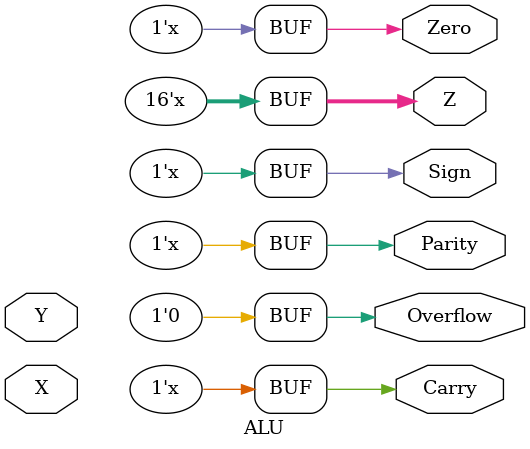
<source format=v>
/* Generated by Yosys 0.9 (git sha1 1979e0b) */

(* top =  1  *)
(* src = "rtl/alu_16.v:2" *)
module ALU(X, Y, Z, Sign, Carry, Zero, Parity, Overflow);
  (* src = "rtl/alu_16.v:5" *)
  output Carry;
  (* src = "rtl/alu_16.v:5" *)
  output Overflow;
  (* src = "rtl/alu_16.v:5" *)
  output Parity;
  (* src = "rtl/alu_16.v:5" *)
  output Sign;
  (* src = "rtl/alu_16.v:3" *)
  input [15:0] X;
  (* src = "rtl/alu_16.v:3" *)
  input [15:0] Y;
  (* src = "rtl/alu_16.v:4" *)
  output [15:0] Z;
  (* src = "rtl/alu_16.v:5" *)
  output Zero;
  assign Carry = 1'hx;
  assign Overflow = 1'h0;
  assign Parity = 1'hx;
  assign Sign = 1'hx;
  assign Z = 16'hxxxx;
  assign Zero = 1'hx;
endmodule

</source>
